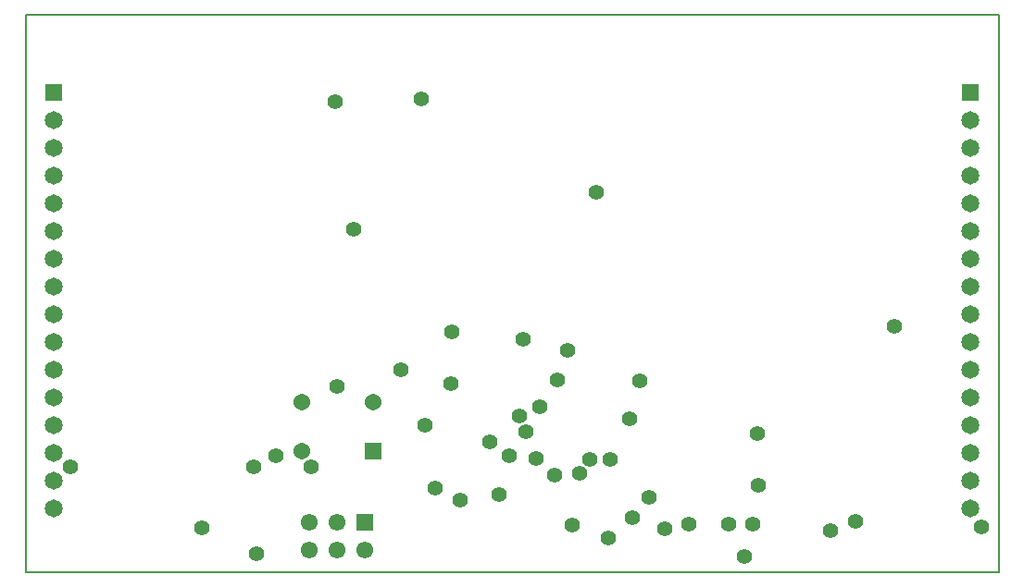
<source format=gbs>
G04 Layer_Color=16711935*
%FSLAX25Y25*%
%MOIN*%
G70*
G01*
G75*
%ADD31C,0.00787*%
%ADD32R,0.06063X0.06063*%
%ADD33C,0.06063*%
%ADD34R,0.06102X0.06102*%
%ADD35C,0.06102*%
%ADD63R,0.06496X0.06496*%
%ADD64C,0.06496*%
%ADD65C,0.05591*%
D31*
X3Y-32D02*
X350397D01*
X3D02*
Y200755D01*
X350397D01*
Y-32D02*
Y200755D01*
D32*
X124995Y43642D02*
D03*
D33*
X99405D02*
D03*
X124995Y61358D02*
D03*
X99405D02*
D03*
D34*
X122200Y17800D02*
D03*
D35*
Y7800D02*
D03*
X112200Y17800D02*
D03*
Y7800D02*
D03*
X102200Y17800D02*
D03*
Y7800D02*
D03*
D63*
X10200Y172700D02*
D03*
X340200D02*
D03*
D64*
X10200Y162700D02*
D03*
Y152700D02*
D03*
Y142700D02*
D03*
Y132700D02*
D03*
Y122700D02*
D03*
Y112700D02*
D03*
Y102700D02*
D03*
Y92700D02*
D03*
Y82700D02*
D03*
Y72700D02*
D03*
Y62700D02*
D03*
Y52700D02*
D03*
Y42700D02*
D03*
Y32700D02*
D03*
Y22700D02*
D03*
X340200Y162700D02*
D03*
Y152700D02*
D03*
Y142700D02*
D03*
Y132700D02*
D03*
Y122700D02*
D03*
Y112700D02*
D03*
Y102700D02*
D03*
Y92700D02*
D03*
Y82700D02*
D03*
Y72700D02*
D03*
Y62700D02*
D03*
Y52700D02*
D03*
Y42700D02*
D03*
Y32700D02*
D03*
Y22700D02*
D03*
D65*
X118000Y123500D02*
D03*
X205500Y137000D02*
D03*
X102803Y37718D02*
D03*
X135103Y72700D02*
D03*
X16203Y37718D02*
D03*
X82282D02*
D03*
X190603Y34718D02*
D03*
X195003Y79918D02*
D03*
X147378Y30343D02*
D03*
X217603Y55118D02*
D03*
X177753Y56118D02*
D03*
X153116Y68005D02*
D03*
X191403Y69365D02*
D03*
X289748Y14818D02*
D03*
X209903Y12318D02*
D03*
X183903Y40718D02*
D03*
X170503Y27818D02*
D03*
X258703Y5618D02*
D03*
X263803Y31168D02*
D03*
X143710Y52700D02*
D03*
X180269Y50368D02*
D03*
X344303Y16218D02*
D03*
X312803Y88418D02*
D03*
X156403Y25918D02*
D03*
X196903Y16918D02*
D03*
X90203Y41818D02*
D03*
X238753Y17218D02*
D03*
X261903Y17118D02*
D03*
X218603Y19518D02*
D03*
X253303Y17118D02*
D03*
X298803Y18218D02*
D03*
X112103Y66718D02*
D03*
X221203Y68743D02*
D03*
X263403Y49818D02*
D03*
X83000Y6500D02*
D03*
X185000Y59500D02*
D03*
X174000Y42000D02*
D03*
X167000Y47000D02*
D03*
X224500Y27000D02*
D03*
X230000Y15500D02*
D03*
X203000Y40500D02*
D03*
X199500Y35500D02*
D03*
X210500Y40500D02*
D03*
X63500Y16000D02*
D03*
X142500Y170500D02*
D03*
X111500Y169500D02*
D03*
X153500Y86500D02*
D03*
X179000Y84000D02*
D03*
M02*

</source>
